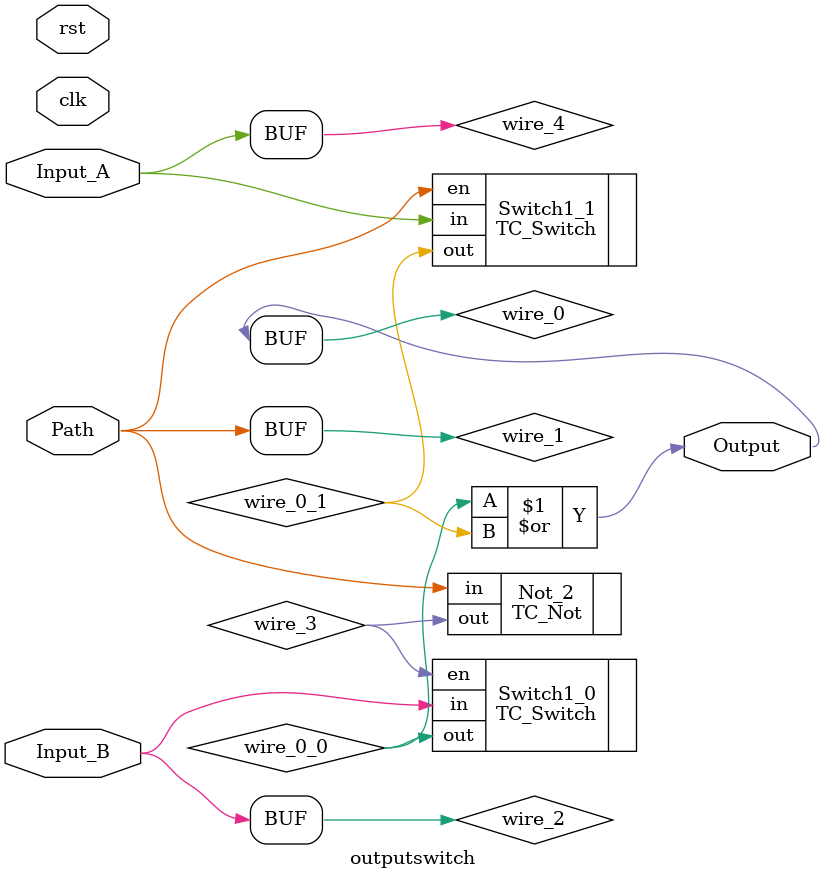
<source format=v>
module outputswitch (clk, rst, Input_A, Input_B, Path, Output);
  parameter UUID = 0;
  parameter NAME = "";
  input wire clk;
  input wire rst;

  input  wire [0:0] Input_A;
  input  wire [0:0] Input_B;
  input  wire [0:0] Path;
  output  wire [0:0] Output;

  TC_Switch # (.UUID(64'd2585914349790343170 ^ UUID), .BIT_WIDTH(64'd1)) Switch1_0 (.en(wire_3), .in(wire_2), .out(wire_0_0));
  TC_Switch # (.UUID(64'd1567588154185733440 ^ UUID), .BIT_WIDTH(64'd1)) Switch1_1 (.en(wire_1), .in(wire_4), .out(wire_0_1));
  TC_Not # (.UUID(64'd3736288881574702847 ^ UUID), .BIT_WIDTH(64'd1)) Not_2 (.in(wire_1), .out(wire_3));

  wire [0:0] wire_0;
  wire [0:0] wire_0_0;
  wire [0:0] wire_0_1;
  assign wire_0 = wire_0_0|wire_0_1;
  assign Output = wire_0;
  wire [0:0] wire_1;
  assign wire_1 = Path;
  wire [0:0] wire_2;
  assign wire_2 = Input_B;
  wire [0:0] wire_3;
  wire [0:0] wire_4;
  assign wire_4 = Input_A;

endmodule

</source>
